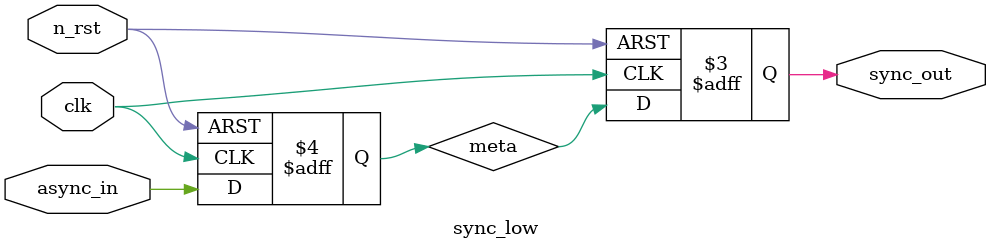
<source format=sv>

module sync_low(
    input wire clk,
    input wire n_rst,
    input wire async_in,
    output reg sync_out
);

reg meta;

always_ff @(posedge clk,negedge n_rst) begin
    if (!n_rst) begin
        meta <= 1'b0;
        sync_out <= 1'b0;
    end
    else begin
        meta <= async_in;
        sync_out <= meta;
    end
end

endmodule


</source>
